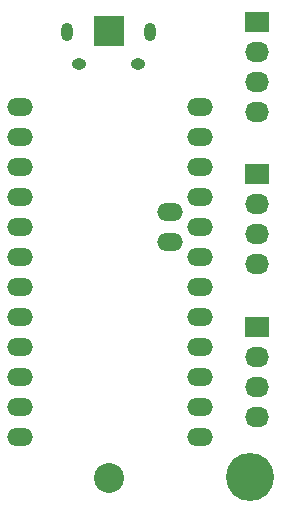
<source format=gbs>
G04 #@! TF.FileFunction,Soldermask,Bot*
%FSLAX46Y46*%
G04 Gerber Fmt 4.6, Leading zero omitted, Abs format (unit mm)*
G04 Created by KiCad (PCBNEW 4.0.2-stable) date Lundi 27 juin 2016 03:17:05*
%MOMM*%
G01*
G04 APERTURE LIST*
%ADD10C,0.100000*%
%ADD11R,2.540000X2.540000*%
%ADD12C,2.540000*%
%ADD13O,1.250000X0.950000*%
%ADD14O,1.000000X1.550000*%
%ADD15O,2.199640X1.501140*%
%ADD16R,2.032000X1.727200*%
%ADD17O,2.032000X1.727200*%
%ADD18C,4.064000*%
G04 APERTURE END LIST*
D10*
D11*
X58000000Y-36800000D03*
D12*
X58000000Y-74620000D03*
D13*
X60500900Y-39562540D03*
X55500900Y-39562540D03*
D14*
X61500900Y-36862540D03*
X54500900Y-36862540D03*
D15*
X50480000Y-43230000D03*
X50480000Y-45770000D03*
X50480000Y-48310000D03*
X50480000Y-50850000D03*
X50480000Y-53390000D03*
X50480000Y-55930000D03*
X50480000Y-58470000D03*
X50480000Y-61010000D03*
X50480000Y-63550000D03*
X50480000Y-66090000D03*
X50480000Y-68630000D03*
X50480000Y-71170000D03*
X65720000Y-71170000D03*
X65720000Y-68630000D03*
X65720000Y-66090000D03*
X65720000Y-63550000D03*
X65720000Y-61010000D03*
X65720000Y-58470000D03*
X65720000Y-55930000D03*
X65720000Y-53390000D03*
X65720000Y-50850000D03*
X65720000Y-48310000D03*
X65720000Y-45770000D03*
X65720000Y-43230000D03*
X63180000Y-54660000D03*
X63180000Y-52120000D03*
D16*
X70600000Y-36000000D03*
D17*
X70600000Y-38540000D03*
X70600000Y-41080000D03*
X70600000Y-43620000D03*
D16*
X70600000Y-48900000D03*
D17*
X70600000Y-51440000D03*
X70600000Y-53980000D03*
X70600000Y-56520000D03*
D16*
X70600000Y-61800000D03*
D17*
X70600000Y-64340000D03*
X70600000Y-66880000D03*
X70600000Y-69420000D03*
D18*
X70000000Y-74500000D03*
M02*

</source>
